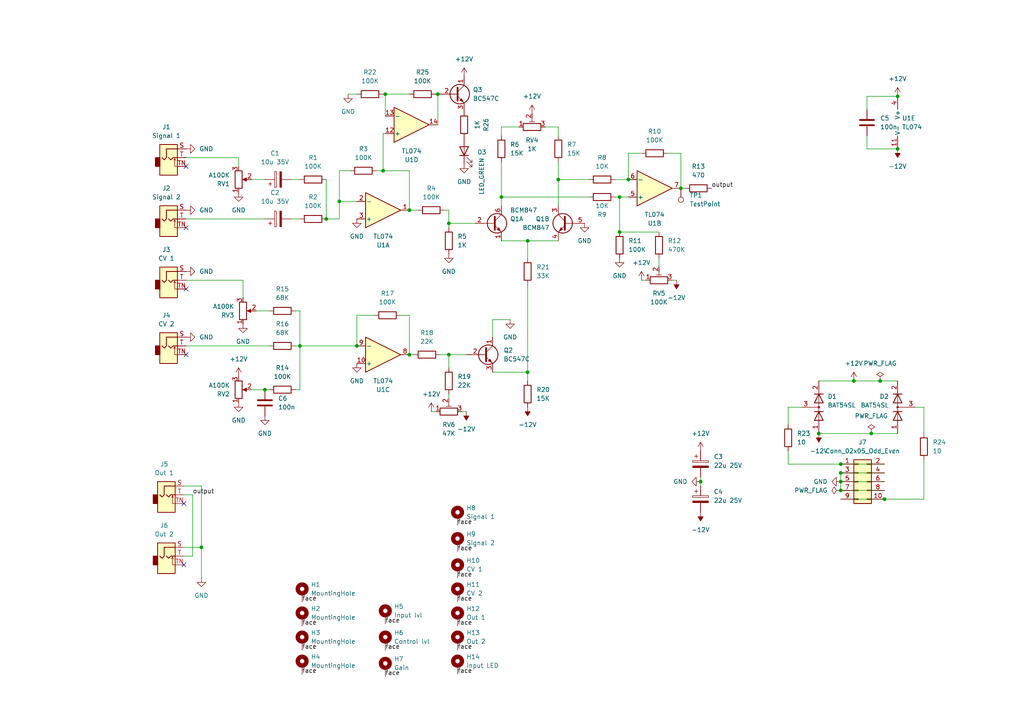
<source format=kicad_sch>
(kicad_sch (version 20230121) (generator eeschema)
  (paper "A4")
  (lib_symbols
    (symbol "Amplifier_Operational:TL074" (pin_names (offset 0.127))
      (property "Reference" "U" (at 0 5.08 0))
      (property "Value" "TL074" (at 0 -5.08 0))
      (symbol "TL074_1_1"
        (polyline (pts (xy -5.08 5.08) (xy 5.08 0) (xy -5.08 -5.08) (xy -5.08 5.08)) (stroke (width 0.254)) (fill (type background)))
        (pin output line (at 7.62 0 180) (length 2.54) (name "~") (number "1"))
        (pin input line (at -7.62 -2.54 0) (length 2.54) (name "-") (number "2"))
        (pin input line (at -7.62 2.54 0) (length 2.54) (name "+") (number "3"))
      )
      (symbol "TL074_2_1"
        (polyline (pts (xy -5.08 5.08) (xy 5.08 0) (xy -5.08 -5.08) (xy -5.08 5.08)) (stroke (width 0.254)) (fill (type background)))
        (pin input line (at -7.62 2.54 0) (length 2.54) (name "+") (number "5"))
        (pin input line (at -7.62 -2.54 0) (length 2.54) (name "-") (number "6"))
        (pin output line (at 7.62 0 180) (length 2.54) (name "~") (number "7"))
      )
      (symbol "TL074_3_1"
        (polyline (pts (xy -5.08 5.08) (xy 5.08 0) (xy -5.08 -5.08) (xy -5.08 5.08)) (stroke (width 0.254)) (fill (type background)))
        (pin input line (at -7.62 2.54 0) (length 2.54) (name "+") (number "10"))
        (pin output line (at 7.62 0 180) (length 2.54) (name "~") (number "8"))
        (pin input line (at -7.62 -2.54 0) (length 2.54) (name "-") (number "9"))
      )
      (symbol "TL074_4_1"
        (polyline (pts (xy -5.08 5.08) (xy 5.08 0) (xy -5.08 -5.08) (xy -5.08 5.08)) (stroke (width 0.254)) (fill (type background)))
        (pin input line (at -7.62 2.54 0) (length 2.54) (name "+") (number "12"))
        (pin input line (at -7.62 -2.54 0) (length 2.54) (name "-") (number "13"))
        (pin output line (at 7.62 0 180) (length 2.54) (name "~") (number "14"))
      )
      (symbol "TL074_5_1"
        (pin power_in line (at -2.54 -7.62 90) (length 3.81) (name "V-") (number "11"))
        (pin power_in line (at -2.54 7.62 270) (length 3.81) (name "V+") (number "4"))
      )
    )
    (symbol "Connector:TestPoint" (pin_numbers hide) (pin_names (offset 0.762) hide)
      (property "Reference" "TP" (at 0 6.858 0))
      (property "Value" "TestPoint" (at 0 5.08 0))
      (symbol "TestPoint_0_1"
        (circle (center 0 3.302) (radius 0.762))
      )
      (symbol "TestPoint_1_1"
        (pin passive line (at 0 0 90) (length 2.54) (name "1") (number "1"))
      )
    )
    (symbol "Connector_Audio:AudioJack2_SwitchT"
      (property "Reference" "J" (at 0 8.89 0))
      (property "Value" "AudioJack2_SwitchT" (at 0 6.35 0))
      (symbol "AudioJack2_SwitchT_0_1"
        (rectangle (start -2.54 0) (end -3.81 -2.54) (stroke (width 0.254)) (fill (type outline)))
        (polyline (pts (xy 1.778 -0.254) (xy 2.032 -0.762)))
        (polyline (pts (xy 0 0) (xy 0.635 -0.635) (xy 1.27 0) (xy 2.54 0)) (stroke (width 0.254)))
        (polyline (pts (xy 2.54 -2.54) (xy 1.778 -2.54) (xy 1.778 -0.254) (xy 1.524 -0.762)))
        (polyline (pts (xy 2.54 2.54) (xy -0.635 2.54) (xy -0.635 0) (xy -1.27 -0.635) (xy -1.905 0)) (stroke (width 0.254)))
        (rectangle (start 2.54 3.81) (end -2.54 -5.08) (stroke (width 0.254)) (fill (type background)))
      )
      (symbol "AudioJack2_SwitchT_1_1"
        (pin passive line (at 5.08 2.54 180) (length 2.54) (name "~") (number "S"))
        (pin passive line (at 5.08 0 180) (length 2.54) (name "~") (number "T"))
        (pin passive line (at 5.08 -2.54 180) (length 2.54) (name "~") (number "TN"))
      )
    )
    (symbol "Connector_Generic:Conn_02x05_Odd_Even" (pin_names (offset 1.016) hide)
      (property "Reference" "J" (at 1.27 7.62 0))
      (property "Value" "Conn_02x05_Odd_Even" (at 1.27 -7.62 0))
      (symbol "Conn_02x05_Odd_Even_1_1"
        (rectangle (start -1.27 -4.953) (end 0 -5.207) (stroke (width 0.1524)))
        (rectangle (start -1.27 -2.413) (end 0 -2.667) (stroke (width 0.1524)))
        (rectangle (start -1.27 0.127) (end 0 -0.127) (stroke (width 0.1524)))
        (rectangle (start -1.27 2.667) (end 0 2.413) (stroke (width 0.1524)))
        (rectangle (start -1.27 5.207) (end 0 4.953) (stroke (width 0.1524)))
        (rectangle (start -1.27 6.35) (end 3.81 -6.35) (stroke (width 0.254)) (fill (type background)))
        (rectangle (start 3.81 -4.953) (end 2.54 -5.207) (stroke (width 0.1524)))
        (rectangle (start 3.81 -2.413) (end 2.54 -2.667) (stroke (width 0.1524)))
        (rectangle (start 3.81 0.127) (end 2.54 -0.127) (stroke (width 0.1524)))
        (rectangle (start 3.81 2.667) (end 2.54 2.413) (stroke (width 0.1524)))
        (rectangle (start 3.81 5.207) (end 2.54 4.953) (stroke (width 0.1524)))
        (pin passive line (at -5.08 5.08 0) (length 3.81) (name "Pin_1") (number "1"))
        (pin passive line (at 7.62 -5.08 180) (length 3.81) (name "Pin_10") (number "10"))
        (pin passive line (at 7.62 5.08 180) (length 3.81) (name "Pin_2") (number "2"))
        (pin passive line (at -5.08 2.54 0) (length 3.81) (name "Pin_3") (number "3"))
        (pin passive line (at 7.62 2.54 180) (length 3.81) (name "Pin_4") (number "4"))
        (pin passive line (at -5.08 0 0) (length 3.81) (name "Pin_5") (number "5"))
        (pin passive line (at 7.62 0 180) (length 3.81) (name "Pin_6") (number "6"))
        (pin passive line (at -5.08 -2.54 0) (length 3.81) (name "Pin_7") (number "7"))
        (pin passive line (at 7.62 -2.54 180) (length 3.81) (name "Pin_8") (number "8"))
        (pin passive line (at -5.08 -5.08 0) (length 3.81) (name "Pin_9") (number "9"))
      )
    )
    (symbol "Device:C" (pin_numbers hide) (pin_names (offset 0.254))
      (property "Reference" "C" (at 0.635 2.54 0))
      (property "Value" "C" (at 0.635 -2.54 0))
      (symbol "C_0_1"
        (polyline (pts (xy -2.032 -0.762) (xy 2.032 -0.762)) (stroke (width 0.508)))
        (polyline (pts (xy -2.032 0.762) (xy 2.032 0.762)) (stroke (width 0.508)))
      )
      (symbol "C_1_1"
        (pin passive line (at 0 3.81 270) (length 2.794) (name "~") (number "1"))
        (pin passive line (at 0 -3.81 90) (length 2.794) (name "~") (number "2"))
      )
    )
    (symbol "Device:C_Polarized" (pin_numbers hide) (pin_names (offset 0.254))
      (property "Reference" "C" (at 0.635 2.54 0))
      (property "Value" "C_Polarized" (at 0.635 -2.54 0))
      (symbol "C_Polarized_0_1"
        (rectangle (start -2.286 0.508) (end 2.286 1.016))
        (polyline (pts (xy -1.778 2.286) (xy -0.762 2.286)))
        (polyline (pts (xy -1.27 2.794) (xy -1.27 1.778)))
        (rectangle (start 2.286 -0.508) (end -2.286 -1.016) (fill (type outline)))
      )
      (symbol "C_Polarized_1_1"
        (pin passive line (at 0 3.81 270) (length 2.794) (name "~") (number "1"))
        (pin passive line (at 0 -3.81 90) (length 2.794) (name "~") (number "2"))
      )
    )
    (symbol "Device:D_Dual_Series_AKC" (pin_names (offset 0.762) hide)
      (property "Reference" "D" (at 1.27 -2.54 0))
      (property "Value" "D_Dual_Series_AKC" (at 0 2.54 0))
      (symbol "D_Dual_Series_AKC_0_1"
        (polyline (pts (xy -3.81 0) (xy 3.81 0)))
        (polyline (pts (xy 0 0) (xy 0 -2.54)))
        (polyline (pts (xy 6.35 0) (xy 7.62 0)))
        (polyline (pts (xy -1.27 -1.27) (xy -1.27 1.27) (xy -1.27 1.27)) (stroke (width 0.254)))
        (polyline (pts (xy 3.81 1.27) (xy 3.81 -1.27) (xy 3.81 -1.27)) (stroke (width 0.254)))
        (polyline (pts (xy -3.81 1.27) (xy -1.27 0) (xy -3.81 -1.27) (xy -3.81 1.27) (xy -3.81 1.27) (xy -3.81 1.27)) (stroke (width 0.254)))
        (polyline (pts (xy 1.27 1.27) (xy 3.81 0) (xy 1.27 -1.27) (xy 1.27 1.27) (xy 1.27 1.27) (xy 1.27 1.27)) (stroke (width 0.254)))
        (circle (center 0 0) (radius 0.254) (fill (type outline)))
        (pin passive line (at -7.62 0 0) (length 3.81) (name "A") (number "1"))
        (pin passive line (at 7.62 0 180) (length 3.81) (name "K") (number "2"))
        (pin passive line (at 0 -5.08 90) (length 2.54) (name "common") (number "3"))
      )
    )
    (symbol "Device:LED" (pin_numbers hide) (pin_names (offset 1.016) hide)
      (property "Reference" "D" (at 0 2.54 0))
      (property "Value" "LED" (at 0 -2.54 0))
      (symbol "LED_0_1"
        (polyline (pts (xy -1.27 -1.27) (xy -1.27 1.27)) (stroke (width 0.254)))
        (polyline (pts (xy -1.27 0) (xy 1.27 0)))
        (polyline (pts (xy 1.27 -1.27) (xy 1.27 1.27) (xy -1.27 0) (xy 1.27 -1.27)) (stroke (width 0.254)))
        (polyline (pts (xy -3.048 -0.762) (xy -4.572 -2.286) (xy -3.81 -2.286) (xy -4.572 -2.286) (xy -4.572 -1.524)))
        (polyline (pts (xy -1.778 -0.762) (xy -3.302 -2.286) (xy -2.54 -2.286) (xy -3.302 -2.286) (xy -3.302 -1.524)))
      )
      (symbol "LED_1_1"
        (pin passive line (at -3.81 0 0) (length 2.54) (name "K") (number "1"))
        (pin passive line (at 3.81 0 180) (length 2.54) (name "A") (number "2"))
      )
    )
    (symbol "Device:Q_Dual_NPN_NPN_E1B1C2E2B2C1" (pin_names (offset 0) hide)
      (property "Reference" "Q" (at 5.08 1.27 0))
      (property "Value" "Q_Dual_NPN_NPN_E1B1C2E2B2C1" (at 5.08 -1.27 0))
      (symbol "Q_Dual_NPN_NPN_E1B1C2E2B2C1_0_1"
        (polyline (pts (xy 0.635 0) (xy -2.54 0)))
        (polyline (pts (xy 0.635 0.635) (xy 2.54 2.54)))
        (polyline (pts (xy 0.635 -0.635) (xy 2.54 -2.54) (xy 2.54 -2.54)))
        (polyline (pts (xy 0.635 1.905) (xy 0.635 -1.905) (xy 0.635 -1.905)) (stroke (width 0.508)))
        (polyline (pts (xy 1.27 -1.778) (xy 1.778 -1.27) (xy 2.286 -2.286) (xy 1.27 -1.778) (xy 1.27 -1.778)) (fill (type outline)))
        (circle (center 1.27 0) (radius 2.8194) (stroke (width 0.254)))
      )
      (symbol "Q_Dual_NPN_NPN_E1B1C2E2B2C1_1_1"
        (pin passive line (at 2.54 -5.08 90) (length 2.54) (name "E1") (number "1"))
        (pin input line (at -5.08 0 0) (length 2.54) (name "B1") (number "2"))
        (pin passive line (at 2.54 5.08 270) (length 2.54) (name "C1") (number "6"))
      )
      (symbol "Q_Dual_NPN_NPN_E1B1C2E2B2C1_2_1"
        (pin passive line (at 2.54 5.08 270) (length 2.54) (name "C2") (number "3"))
        (pin passive line (at 2.54 -5.08 90) (length 2.54) (name "E2") (number "4"))
        (pin input line (at -5.08 0 0) (length 2.54) (name "B2") (number "5"))
      )
    )
    (symbol "Device:R" (pin_numbers hide) (pin_names (offset 0))
      (property "Reference" "R" (at 2.032 0 90))
      (property "Value" "R" (at 0 0 90))
      (symbol "R_0_1"
        (rectangle (start -1.016 -2.54) (end 1.016 2.54) (stroke (width 0.254)))
      )
      (symbol "R_1_1"
        (pin passive line (at 0 3.81 270) (length 1.27) (name "~") (number "1"))
        (pin passive line (at 0 -3.81 90) (length 1.27) (name "~") (number "2"))
      )
    )
    (symbol "Device:R_Potentiometer" (pin_names (offset 1.016) hide)
      (property "Reference" "RV" (at -4.445 0 90))
      (property "Value" "R_Potentiometer" (at -2.54 0 90))
      (symbol "R_Potentiometer_0_1"
        (polyline (pts (xy 2.54 0) (xy 1.524 0)))
        (polyline (pts (xy 1.143 0) (xy 2.286 0.508) (xy 2.286 -0.508) (xy 1.143 0)) (fill (type outline)))
        (rectangle (start 1.016 2.54) (end -1.016 -2.54) (stroke (width 0.254)))
      )
      (symbol "R_Potentiometer_1_1"
        (pin passive line (at 0 3.81 270) (length 1.27) (name "1") (number "1"))
        (pin passive line (at 3.81 0 180) (length 1.27) (name "2") (number "2"))
        (pin passive line (at 0 -3.81 90) (length 1.27) (name "3") (number "3"))
      )
    )
    (symbol "Device:R_Potentiometer_Trim" (pin_names (offset 1.016) hide)
      (property "Reference" "RV" (at -4.445 0 90))
      (property "Value" "R_Potentiometer_Trim" (at -2.54 0 90))
      (symbol "R_Potentiometer_Trim_0_1"
        (polyline (pts (xy 1.524 0.762) (xy 1.524 -0.762)))
        (polyline (pts (xy 2.54 0) (xy 1.524 0)))
        (rectangle (start 1.016 2.54) (end -1.016 -2.54) (stroke (width 0.254)))
      )
      (symbol "R_Potentiometer_Trim_1_1"
        (pin passive line (at 0 3.81 270) (length 1.27) (name "1") (number "1"))
        (pin passive line (at 3.81 0 180) (length 1.27) (name "2") (number "2"))
        (pin passive line (at 0 -3.81 90) (length 1.27) (name "3") (number "3"))
      )
    )
    (symbol "Mechanical:MountingHole_Pad" (pin_numbers hide) (pin_names (offset 1.016) hide)
      (property "Reference" "H" (at 0 6.35 0))
      (property "Value" "MountingHole_Pad" (at 0 4.445 0))
      (symbol "MountingHole_Pad_0_1"
        (circle (center 0 1.27) (radius 1.27) (stroke (width 1.27)))
      )
      (symbol "MountingHole_Pad_1_1"
        (pin input line (at 0 -2.54 90) (length 2.54) (name "1") (number "1"))
      )
    )
    (symbol "eurorack:BC547" (pin_names (offset 0) hide)
      (property "Reference" "Q" (at 5.08 1.905 0))
      (property "Value" "BC547" (at 5.08 0 0))
      (symbol "BC547_0_1"
        (polyline (pts (xy 0 0) (xy 0.635 0)))
        (polyline (pts (xy 0.635 0.635) (xy 2.54 2.54)))
        (polyline (pts (xy 0.635 -0.635) (xy 2.54 -2.54) (xy 2.54 -2.54)))
        (polyline (pts (xy 0.635 1.905) (xy 0.635 -1.905) (xy 0.635 -1.905)) (stroke (width 0.508)))
        (polyline (pts (xy 1.27 -1.778) (xy 1.778 -1.27) (xy 2.286 -2.286) (xy 1.27 -1.778) (xy 1.27 -1.778)) (fill (type outline)))
        (circle (center 1.27 0) (radius 2.8194) (stroke (width 0.254)))
      )
      (symbol "BC547_1_1"
        (pin passive line (at 2.54 5.08 270) (length 2.54) (name "C") (number "1"))
        (pin input line (at -5.08 0 0) (length 5.08) (name "B") (number "2"))
        (pin passive line (at 2.54 -5.08 90) (length 2.54) (name "E") (number "3"))
      )
    )
    (symbol "eurorack:MountingHole_Pad_Output" (pin_numbers hide) (pin_names (offset 1.016) hide)
      (property "Reference" "H" (at 0 6.35 0))
      (property "Value" "MountingHole_Pad_Output" (at 0 4.445 0))
      (symbol "MountingHole_Pad_Output_0_1"
        (circle (center 0 1.27) (radius 1.27) (stroke (width 1.27)))
      )
      (symbol "MountingHole_Pad_Output_1_1"
        (pin output line (at 0 -2.54 90) (length 2.54) (name "1") (number "1"))
      )
    )
    (symbol "power:+12V" (power) (pin_names (offset 0))
      (property "Value" "+12V" (at 0 3.556 0))
      (symbol "+12V_0_1"
        (polyline (pts (xy -0.762 1.27) (xy 0 2.54)))
        (polyline (pts (xy 0 0) (xy 0 2.54)))
        (polyline (pts (xy 0 2.54) (xy 0.762 1.27)))
      )
      (symbol "+12V_1_1"
        (pin power_in line (at 0 0 90) (length 0) hide (name "+12V") (number "1"))
      )
    )
    (symbol "power:-12V" (power) (pin_names (offset 0))
      (property "Value" "-12V" (at 0 3.81 0))
      (symbol "-12V_0_0"
        (pin power_in line (at 0 0 90) (length 0) hide (name "-12V") (number "1"))
      )
      (symbol "-12V_0_1"
        (polyline (pts (xy 0 0) (xy 0 1.27) (xy 0.762 1.27) (xy 0 2.54) (xy -0.762 1.27) (xy 0 1.27)) (fill (type outline)))
      )
    )
    (symbol "power:GND" (power) (pin_names (offset 0))
      (property "Value" "GND" (at 0 -3.81 0))
      (symbol "GND_0_1"
        (polyline (pts (xy 0 0) (xy 0 -1.27) (xy 1.27 -1.27) (xy 0 -2.54) (xy -1.27 -1.27) (xy 0 -1.27)))
      )
      (symbol "GND_1_1"
        (pin power_in line (at 0 0 270) (length 0) hide (name "GND") (number "1"))
      )
    )
    (symbol "power:PWR_FLAG" (power) (pin_numbers hide) (pin_names (offset 0) hide)
      (property "Value" "PWR_FLAG" (at 0 3.81 0))
      (symbol "PWR_FLAG_0_0"
        (pin power_out line (at 0 0 90) (length 0) (name "pwr") (number "1"))
      )
      (symbol "PWR_FLAG_0_1"
        (polyline (pts (xy 0 0) (xy 0 1.27) (xy -1.016 1.905) (xy 0 2.54) (xy 1.016 1.905) (xy 0 1.27)))
      )
    )
  )
  (junction (at 247.65 110.49))
  (junction (at 130.175 102.87))
  (junction (at 243.84 139.7))
  (junction (at 260.35 43.18))
  (junction (at 182.245 52.07))
  (junction (at 145.415 57.15))
  (junction (at 203.2 139.7))
  (junction (at 98.425 58.42))
  (junction (at 243.84 142.24))
  (junction (at 58.42 158.75))
  (junction (at 94.615 63.5))
  (junction (at 243.84 134.62))
  (junction (at 111.125 49.53))
  (junction (at 118.745 60.96))
  (junction (at 111.76 27.305))
  (junction (at 252.73 125.73))
  (junction (at 256.54 144.78))
  (junction (at 243.84 137.16))
  (junction (at 76.835 113.03))
  (junction (at 237.49 125.73))
  (junction (at 260.35 27.94))
  (junction (at 179.705 67.31))
  (junction (at 255.27 110.49))
  (junction (at 197.485 54.61))
  (junction (at 86.995 100.33))
  (junction (at 179.705 57.15))
  (junction (at 130.175 64.77))
  (junction (at 118.745 102.87))
  (junction (at 127 27.305))
  (junction (at 161.925 52.07))
  (junction (at 153.035 69.85))
  (junction (at 103.505 100.33))
  (junction (at 153.035 107.95))
  (no_connect (at 53.975 102.87))
  (no_connect (at 53.975 66.04))
  (no_connect (at 53.975 48.26))
  (no_connect (at 53.975 83.82))
  (no_connect (at 53.34 146.05))
  (no_connect (at 53.34 163.83))
  (wire (pts (xy 130.175 64.77) (xy 137.795 64.77)))
  (wire (pts (xy 53.975 100.33) (xy 78.105 100.33)))
  (wire (pts (xy 86.995 90.17) (xy 86.995 100.33)))
  (wire (pts (xy 251.46 39.37) (xy 251.46 43.18)))
  (wire (pts (xy 130.175 102.87) (xy 135.255 102.87)))
  (wire (pts (xy 118.745 91.44) (xy 118.745 102.87)))
  (wire (pts (xy 147.955 92.71) (xy 142.875 92.71)))
  (wire (pts (xy 197.485 44.45) (xy 197.485 54.61)))
  (wire (pts (xy 237.49 110.49) (xy 247.65 110.49)))
  (wire (pts (xy 98.425 63.5) (xy 94.615 63.5)))
  (wire (pts (xy 86.995 100.33) (xy 103.505 100.33)))
  (wire (pts (xy 73.025 113.03) (xy 76.835 113.03)))
  (wire (pts (xy 145.415 57.15) (xy 170.815 57.15)))
  (wire (pts (xy 161.925 36.83) (xy 161.925 39.37)))
  (wire (pts (xy 111.76 38.735) (xy 111.125 38.735)))
  (wire (pts (xy 243.84 134.62) (xy 256.54 134.62)))
  (wire (pts (xy 197.485 54.61) (xy 198.755 54.61)))
  (wire (pts (xy 145.415 69.85) (xy 153.035 69.85)))
  (wire (pts (xy 85.725 113.03) (xy 86.995 113.03)))
  (wire (pts (xy 193.675 44.45) (xy 197.485 44.45)))
  (wire (pts (xy 100.965 27.305) (xy 103.505 27.305)))
  (wire (pts (xy 203.2 138.43) (xy 203.2 139.7)))
  (wire (pts (xy 179.705 67.31) (xy 191.135 67.31)))
  (wire (pts (xy 243.84 137.16) (xy 256.54 137.16)))
  (wire (pts (xy 53.975 45.72) (xy 69.215 45.72)))
  (wire (pts (xy 243.84 137.16) (xy 243.84 139.7)))
  (wire (pts (xy 109.22 49.53) (xy 111.125 49.53)))
  (wire (pts (xy 153.035 69.85) (xy 153.035 74.93)))
  (wire (pts (xy 125.095 119.38) (xy 126.365 119.38)))
  (wire (pts (xy 103.505 58.42) (xy 98.425 58.42)))
  (wire (pts (xy 247.65 110.49) (xy 255.27 110.49)))
  (wire (pts (xy 127 27.305) (xy 126.365 27.305)))
  (wire (pts (xy 161.925 52.07) (xy 161.925 59.69)))
  (wire (pts (xy 84.455 52.07) (xy 86.995 52.07)))
  (wire (pts (xy 111.76 27.305) (xy 118.745 27.305)))
  (wire (pts (xy 73.025 52.07) (xy 76.835 52.07)))
  (wire (pts (xy 158.115 36.83) (xy 161.925 36.83)))
  (wire (pts (xy 85.725 100.33) (xy 86.995 100.33)))
  (wire (pts (xy 118.745 49.53) (xy 118.745 60.96)))
  (wire (pts (xy 111.125 38.735) (xy 111.125 49.53)))
  (wire (pts (xy 145.415 36.83) (xy 145.415 39.37)))
  (wire (pts (xy 111.76 27.305) (xy 111.76 33.655)))
  (wire (pts (xy 70.485 81.28) (xy 70.485 86.36)))
  (wire (pts (xy 228.6 118.11) (xy 232.41 118.11)))
  (wire (pts (xy 116.205 91.44) (xy 118.745 91.44)))
  (wire (pts (xy 251.46 27.94) (xy 260.35 27.94)))
  (wire (pts (xy 228.6 134.62) (xy 243.84 134.62)))
  (wire (pts (xy 153.035 82.55) (xy 153.035 107.95)))
  (wire (pts (xy 243.84 139.7) (xy 243.84 142.24)))
  (wire (pts (xy 267.97 144.78) (xy 267.97 133.35)))
  (wire (pts (xy 182.245 44.45) (xy 186.055 44.45)))
  (wire (pts (xy 228.6 134.62) (xy 228.6 130.81)))
  (wire (pts (xy 111.125 27.305) (xy 111.76 27.305)))
  (wire (pts (xy 53.975 81.28) (xy 70.485 81.28)))
  (wire (pts (xy 161.925 46.99) (xy 161.925 52.07)))
  (wire (pts (xy 58.42 158.75) (xy 58.42 167.64)))
  (wire (pts (xy 69.215 45.72) (xy 69.215 48.26)))
  (wire (pts (xy 58.42 158.75) (xy 58.42 140.97)))
  (wire (pts (xy 58.42 140.97) (xy 53.34 140.97)))
  (wire (pts (xy 130.175 114.3) (xy 130.175 115.57)))
  (wire (pts (xy 267.97 125.73) (xy 267.97 118.11)))
  (wire (pts (xy 186.055 81.28) (xy 187.325 81.28)))
  (wire (pts (xy 145.415 57.15) (xy 145.415 59.69)))
  (wire (pts (xy 127.635 102.87) (xy 130.175 102.87)))
  (wire (pts (xy 98.425 49.53) (xy 98.425 58.42)))
  (wire (pts (xy 153.035 107.95) (xy 153.035 110.49)))
  (wire (pts (xy 128.905 60.96) (xy 130.175 60.96)))
  (wire (pts (xy 76.835 113.03) (xy 78.105 113.03)))
  (wire (pts (xy 130.175 64.77) (xy 130.175 66.04)))
  (wire (pts (xy 203.2 139.7) (xy 203.2 140.97)))
  (wire (pts (xy 191.135 74.93) (xy 191.135 77.47)))
  (wire (pts (xy 182.245 44.45) (xy 182.245 52.07)))
  (wire (pts (xy 256.54 144.78) (xy 267.97 144.78)))
  (wire (pts (xy 153.035 69.85) (xy 161.925 69.85)))
  (wire (pts (xy 179.705 57.15) (xy 179.705 67.31)))
  (wire (pts (xy 86.995 113.03) (xy 86.995 100.33)))
  (wire (pts (xy 74.295 90.17) (xy 78.105 90.17)))
  (wire (pts (xy 150.495 36.83) (xy 145.415 36.83)))
  (wire (pts (xy 251.46 31.75) (xy 251.46 27.94)))
  (wire (pts (xy 118.745 60.96) (xy 121.285 60.96)))
  (wire (pts (xy 237.49 125.73) (xy 252.73 125.73)))
  (wire (pts (xy 228.6 123.19) (xy 228.6 118.11)))
  (wire (pts (xy 243.84 144.78) (xy 256.54 144.78)))
  (wire (pts (xy 85.725 90.17) (xy 86.995 90.17)))
  (wire (pts (xy 243.84 139.7) (xy 256.54 139.7)))
  (wire (pts (xy 142.875 107.95) (xy 153.035 107.95)))
  (wire (pts (xy 101.6 49.53) (xy 98.425 49.53)))
  (wire (pts (xy 142.875 92.71) (xy 142.875 97.79)))
  (wire (pts (xy 103.505 91.44) (xy 103.505 100.33)))
  (wire (pts (xy 133.985 119.38) (xy 135.255 119.38)))
  (wire (pts (xy 118.745 102.87) (xy 120.015 102.87)))
  (wire (pts (xy 251.46 43.18) (xy 260.35 43.18)))
  (wire (pts (xy 53.34 158.75) (xy 58.42 158.75)))
  (wire (pts (xy 161.925 52.07) (xy 170.815 52.07)))
  (wire (pts (xy 178.435 57.15) (xy 179.705 57.15)))
  (wire (pts (xy 179.705 57.15) (xy 182.245 57.15)))
  (wire (pts (xy 98.425 58.42) (xy 98.425 63.5)))
  (wire (pts (xy 108.585 91.44) (xy 103.505 91.44)))
  (wire (pts (xy 194.945 81.28) (xy 196.215 81.28)))
  (wire (pts (xy 55.88 161.29) (xy 53.34 161.29)))
  (wire (pts (xy 53.975 63.5) (xy 76.835 63.5)))
  (wire (pts (xy 130.175 102.87) (xy 130.175 106.68)))
  (wire (pts (xy 94.615 52.07) (xy 94.615 63.5)))
  (wire (pts (xy 55.88 143.51) (xy 55.88 161.29)))
  (wire (pts (xy 255.27 110.49) (xy 260.35 110.49)))
  (wire (pts (xy 130.175 60.96) (xy 130.175 64.77)))
  (wire (pts (xy 178.435 52.07) (xy 182.245 52.07)))
  (wire (pts (xy 111.125 49.53) (xy 118.745 49.53)))
  (wire (pts (xy 145.415 46.99) (xy 145.415 57.15)))
  (wire (pts (xy 53.34 143.51) (xy 55.88 143.51)))
  (wire (pts (xy 267.97 118.11) (xy 265.43 118.11)))
  (wire (pts (xy 243.84 142.24) (xy 256.54 142.24)))
  (wire (pts (xy 127 27.305) (xy 127 36.195)))
  (wire (pts (xy 252.73 125.73) (xy 260.35 125.73)))
  (wire (pts (xy 84.455 63.5) (xy 86.995 63.5)))
  (label "face" (at 132.715 152.4 0))
  (label "face" (at 87.63 195.58 0))
  (label "face" (at 132.715 181.61 0))
  (label "face" (at 132.715 160.02 0))
  (label "face" (at 132.715 174.625 0))
  (label "face" (at 132.715 195.58 0))
  (label "face" (at 87.63 174.625 0))
  (label "face" (at 132.715 188.595 0))
  (label "face" (at 111.76 196.215 0))
  (label "face" (at 87.63 181.61 0))
  (label "face" (at 111.76 188.595 0))
  (label "face" (at 132.715 167.64 0))
  (label "face" (at 111.76 180.975 0))
  (label "face" (at 87.63 188.595 0))
  (label "output" (at 55.88 143.51 0))
  (label "output" (at 206.375 54.61 0))
  (symbol (lib_id "Mechanical:MountingHole_Pad") (at 132.715 157.48 0) (unit 1) (in_bom no)
    (property "Reference" "H9" (at 135.255 154.94 0) (effects (justify left)))
    (property "Value" "Signal 2" (at 135.255 157.48 0) (effects (justify left)))
    (property "Footprint" "eurorack:Mech-AudioJack-Hole-Input" (effects hide))
  )
  (symbol (lib_id "power:PWR_FLAG") (at 243.84 142.24 90) (unit 1)
    (property "Reference" "#FLG03" (effects hide))
    (property "Value" "PWR_FLAG" (at 240.03 142.24 90) (effects (justify left)))
  )
  (symbol (lib_id "Device:R") (at 81.915 90.17 90) (unit 1)
    (property "Reference" "R15" (at 81.915 83.82 90))
    (property "Value" "68K" (at 81.915 86.36 90))
    (property "Footprint" "Resistor_SMD:R_0805_2012Metric" (effects hide))
  )
  (symbol (lib_id "eurorack:BC547") (at 140.335 102.87 0) (unit 1)
    (property "Reference" "Q2" (at 146.05 101.6 0) (effects (justify left)))
    (property "Value" "BC547C" (at 146.05 104.14 0) (effects (justify left)))
    (property "Footprint" "Package_TO_SOT_SMD:SOT-23-3" (effects hide))
    (property "Datasheet" "https://www.onsemi.com/pub/Collateral/BC550-D.pdf" (effects hide))
    (property "Vendor" "Mouser" (effects hide))
    (property "PartNum" "621-BC847C-13-F" (effects hide))
  )
  (symbol (lib_id "power:+12V") (at 186.055 81.28 0) (unit 1)
    (property "Reference" "#PWR012" (effects hide))
    (property "Value" "+12V" (at 186.055 76.2 0))
  )
  (symbol (lib_id "power:-12V") (at 260.35 43.18 180) (unit 1)
    (property "Reference" "#PWR025" (effects hide))
    (property "Value" "-12V" (at 260.35 48.26 0))
  )
  (symbol (lib_id "Device:R") (at 105.41 49.53 90) (unit 1)
    (property "Reference" "R3" (at 105.41 43.18 90))
    (property "Value" "100K" (at 105.41 45.72 90))
    (property "Footprint" "Resistor_SMD:R_0805_2012Metric" (effects hide))
  )
  (symbol (lib_id "Device:R") (at 174.625 52.07 270) (unit 1)
    (property "Reference" "R8" (at 174.625 45.72 90))
    (property "Value" "10K" (at 174.625 48.26 90))
    (property "Footprint" "Resistor_SMD:R_0805_2012Metric" (effects hide))
  )
  (symbol (lib_id "Amplifier_Operational:TL074") (at 111.125 60.96 0) (mirror x) (unit 1)
    (property "Reference" "U1" (at 111.125 71.12 0))
    (property "Value" "TL074" (at 111.125 68.58 0))
    (property "Footprint" "Package_SO:SOIC-14_3.9x8.7mm_P1.27mm" (effects hide))
    (property "Datasheet" "http://www.ti.com/lit/ds/symlink/tl071.pdf" (effects hide))
    (property "Vendor" "Mouser" (effects hide))
    (property "PartNum" "595-TL074CDR" (effects hide))
  )
  (symbol (lib_id "Connector_Audio:AudioJack2_SwitchT") (at 48.895 100.33 0) (unit 1)
    (property "Reference" "J4" (at 48.26 91.44 0))
    (property "Value" "CV 2" (at 48.26 93.98 0))
    (property "Footprint" "eurorack:AudioJack2_Tayda_A-2566" (effects hide))
    (property "Vendor" "Tayda" (effects hide))
    (property "PartNum" "A-2566" (effects hide))
  )
  (symbol (lib_id "Device:R_Potentiometer") (at 69.215 113.03 0) (mirror x) (unit 1)
    (property "Reference" "RV2" (at 66.675 114.3 0) (effects (justify right)))
    (property "Value" "A100K" (at 66.675 111.76 0) (effects (justify right)))
    (property "Footprint" "eurorack:Potentiometer_RV16AF-41-15R1" (effects hide))
    (property "Name" "Gain" (effects hide))
    (property "Note" "Use B100K for DC version" (effects hide))
  )
  (symbol (lib_id "Device:R") (at 90.805 52.07 90) (unit 1)
    (property "Reference" "R1" (at 90.805 45.72 90))
    (property "Value" "100K" (at 90.805 48.26 90))
    (property "Footprint" "Resistor_SMD:R_0805_2012Metric" (effects hide))
  )
  (symbol (lib_id "Device:C_Polarized") (at 80.645 63.5 90) (unit 1)
    (property "Reference" "C2" (at 79.756 55.88 90))
    (property "Value" "10u 35V" (at 79.756 58.42 90))
    (property "Footprint" "Capacitor_THT:CP_Radial_D5.0mm_P2.50mm" (effects hide))
    (property "Note" "Omit and bridge pads for DC version" (effects hide))
  )
  (symbol (lib_id "power:PWR_FLAG") (at 252.73 125.73 0) (unit 1)
    (property "Reference" "#FLG02" (effects hide))
    (property "Value" "PWR_FLAG" (at 252.73 120.65 0))
  )
  (symbol (lib_id "Device:R") (at 145.415 43.18 180) (unit 1)
    (property "Reference" "R6" (at 147.955 41.91 0) (effects (justify right)))
    (property "Value" "15K" (at 147.955 44.45 0) (effects (justify right)))
    (property "Footprint" "Resistor_SMD:R_0805_2012Metric" (effects hide))
  )
  (symbol (lib_id "power:GND") (at 69.215 116.84 0) (unit 1)
    (property "Reference" "#PWR015" (effects hide))
    (property "Value" "GND" (at 69.215 121.92 0))
  )
  (symbol (lib_id "Device:R") (at 81.915 113.03 90) (unit 1)
    (property "Reference" "R14" (at 81.915 106.68 90))
    (property "Value" "100K" (at 81.915 109.22 90))
    (property "Footprint" "Resistor_SMD:R_0805_2012Metric" (effects hide))
  )
  (symbol (lib_id "Connector_Generic:Conn_02x05_Odd_Even") (at 248.92 139.7 0) (unit 1)
    (property "Reference" "J7" (at 250.19 128.27 0))
    (property "Value" "Conn_02x05_Odd_Even" (at 250.19 130.81 0))
    (property "Footprint" "eurorack:PinHeader_2x05_P2.54mm_Vertical" (effects hide))
    (property "Vendor" "Tayda" (effects hide))
    (property "PartNum" "A-2939" (effects hide))
  )
  (symbol (lib_id "power:-12V") (at 135.255 119.38 180) (unit 1)
    (property "Reference" "#PWR019" (effects hide))
    (property "Value" "-12V" (at 135.255 124.46 0))
  )
  (symbol (lib_id "Device:D_Dual_Series_AKC") (at 260.35 118.11 90) (unit 1)
    (property "Reference" "D2" (at 257.81 114.9985 90) (effects (justify left)))
    (property "Value" "BAT54SL" (at 257.81 117.5385 90) (effects (justify left)))
    (property "Footprint" "Package_TO_SOT_SMD:SOT-23" (effects hide))
    (property "Vendor" "Mouser" (effects hide))
    (property "PartNum" "863-BAT54SLT1G" (effects hide))
  )
  (symbol (lib_id "Device:R") (at 130.175 110.49 180) (unit 1)
    (property "Reference" "R19" (at 132.715 109.22 0) (effects (justify right)))
    (property "Value" "22K" (at 132.715 111.76 0) (effects (justify right)))
    (property "Footprint" "Resistor_SMD:R_0805_2012Metric" (effects hide))
  )
  (symbol (lib_id "power:GND") (at 76.835 120.65 0) (unit 1)
    (property "Reference" "#PWR031" (effects hide))
    (property "Value" "GND" (at 76.835 125.73 0))
  )
  (symbol (lib_id "power:GND") (at 130.175 73.66 0) (unit 1)
    (property "Reference" "#PWR08" (effects hide))
    (property "Value" "GND" (at 130.175 78.74 0))
  )
  (symbol (lib_id "Device:R_Potentiometer_Trim") (at 154.305 36.83 90) (unit 1)
    (property "Reference" "RV4" (at 154.305 40.64 90))
    (property "Value" "1K" (at 154.305 43.18 90))
    (property "Footprint" "Potentiometer_THT:Potentiometer_Bourns_3296W_Vertical" (effects hide))
    (property "Name" "Balance" (effects hide))
    (property "Vendor" "Tayda" (effects hide))
    (property "PartNum" "A-585" (effects hide))
  )
  (symbol (lib_id "Mechanical:MountingHole_Pad") (at 132.715 149.86 0) (unit 1) (in_bom no)
    (property "Reference" "H8" (at 135.255 147.32 0) (effects (justify left)))
    (property "Value" "Signal 1" (at 135.255 149.86 0) (effects (justify left)))
    (property "Footprint" "eurorack:Mech-AudioJack-Hole-Input" (effects hide))
  )
  (symbol (lib_id "power:GND") (at 134.62 47.625 0) (unit 1)
    (property "Reference" "#PWR030" (effects hide))
    (property "Value" "GND" (at 134.62 52.705 0))
  )
  (symbol (lib_id "Device:D_Dual_Series_AKC") (at 237.49 118.11 270) (mirror x) (unit 1)
    (property "Reference" "D1" (at 240.03 114.9985 90) (effects (justify left)))
    (property "Value" "BAT54SL" (at 240.03 117.5385 90) (effects (justify left)))
    (property "Footprint" "Package_TO_SOT_SMD:SOT-23" (effects hide))
    (property "Vendor" "Mouser" (effects hide))
    (property "PartNum" "863-BAT54SLT1G" (effects hide))
  )
  (symbol (lib_id "Device:R") (at 191.135 71.12 180) (unit 1)
    (property "Reference" "R12" (at 193.675 69.85 0) (effects (justify right)))
    (property "Value" "470K" (at 193.675 72.39 0) (effects (justify right)))
    (property "Footprint" "Resistor_SMD:R_0805_2012Metric" (effects hide))
  )
  (symbol (lib_id "power:GND") (at 58.42 167.64 0) (unit 1)
    (property "Reference" "#PWR01" (effects hide))
    (property "Value" "GND" (at 58.42 172.72 0))
  )
  (symbol (lib_id "Mechanical:MountingHole_Pad") (at 87.63 193.04 0) (unit 1) (in_bom no)
    (property "Reference" "H4" (at 90.17 190.5 0) (effects (justify left)))
    (property "Value" "MountingHole" (at 90.17 193.04 0) (effects (justify left)))
    (property "Footprint" "eurorack:Mech-MountingHole" (effects hide))
  )
  (symbol (lib_id "Device:C_Polarized") (at 203.2 144.78 0) (unit 1)
    (property "Reference" "C4" (at 207.01 142.621 0) (effects (justify left)))
    (property "Value" "22u 25V" (at 207.01 145.161 0) (effects (justify left)))
    (property "Footprint" "Capacitor_THT:CP_Radial_D5.0mm_P2.50mm" (effects hide))
  )
  (symbol (lib_id "Device:R") (at 90.805 63.5 90) (unit 1)
    (property "Reference" "R2" (at 90.805 57.15 90))
    (property "Value" "100K" (at 90.805 59.69 90))
    (property "Footprint" "Resistor_SMD:R_0805_2012Metric" (effects hide))
  )
  (symbol (lib_id "power:+12V") (at 125.095 119.38 0) (unit 1)
    (property "Reference" "#PWR018" (effects hide))
    (property "Value" "+12V" (at 125.095 114.3 0))
  )
  (symbol (lib_id "Device:R") (at 123.825 102.87 90) (unit 1)
    (property "Reference" "R18" (at 123.825 96.52 90))
    (property "Value" "22K" (at 123.825 99.06 90))
    (property "Footprint" "Resistor_SMD:R_0805_2012Metric" (effects hide))
  )
  (symbol (lib_id "Device:R") (at 130.175 69.85 180) (unit 1)
    (property "Reference" "R5" (at 132.715 68.58 0) (effects (justify right)))
    (property "Value" "1K" (at 132.715 71.12 0) (effects (justify right)))
    (property "Footprint" "Resistor_SMD:R_0805_2012Metric" (effects hide))
  )
  (symbol (lib_id "Device:R") (at 174.625 57.15 270) (unit 1)
    (property "Reference" "R9" (at 174.625 62.23 90))
    (property "Value" "10K" (at 174.625 59.69 90))
    (property "Footprint" "Resistor_SMD:R_0805_2012Metric" (effects hide))
  )
  (symbol (lib_id "Device:R") (at 125.095 60.96 90) (unit 1)
    (property "Reference" "R4" (at 125.095 54.61 90))
    (property "Value" "100K" (at 125.095 57.15 90))
    (property "Footprint" "Resistor_SMD:R_0805_2012Metric" (effects hide))
  )
  (symbol (lib_id "Connector_Audio:AudioJack2_SwitchT") (at 48.895 63.5 0) (unit 1)
    (property "Reference" "J2" (at 48.26 54.61 0))
    (property "Value" "Signal 2" (at 48.26 57.15 0))
    (property "Footprint" "eurorack:AudioJack2_Tayda_A-2566" (effects hide))
    (property "Vendor" "Tayda" (effects hide))
    (property "PartNum" "A-2566" (effects hide))
  )
  (symbol (lib_id "Mechanical:MountingHole_Pad") (at 111.76 178.435 0) (unit 1) (in_bom no)
    (property "Reference" "H5" (at 114.3 175.895 0) (effects (justify left)))
    (property "Value" "Input lvl" (at 114.3 178.435 0) (effects (justify left)))
    (property "Footprint" "eurorack:Mech-Potentiometer-Hole_level" (effects hide))
  )
  (symbol (lib_id "power:-12V") (at 237.49 125.73 180) (unit 1)
    (property "Reference" "#PWR029" (effects hide))
    (property "Value" "-12V" (at 237.49 130.81 0))
  )
  (symbol (lib_id "power:-12V") (at 203.2 148.59 180) (unit 1)
    (property "Reference" "#PWR022" (effects hide))
    (property "Value" "-12V" (at 203.2 153.67 0))
  )
  (symbol (lib_id "Device:R") (at 179.705 71.12 180) (unit 1)
    (property "Reference" "R11" (at 182.245 69.85 0) (effects (justify right)))
    (property "Value" "100K" (at 182.245 72.39 0) (effects (justify right)))
    (property "Footprint" "Resistor_SMD:R_0805_2012Metric" (effects hide))
  )
  (symbol (lib_id "power:GND") (at 103.505 63.5 0) (unit 1)
    (property "Reference" "#PWR07" (effects hide))
    (property "Value" "GND" (at 103.505 68.58 0))
  )
  (symbol (lib_id "Device:C") (at 251.46 35.56 0) (unit 1)
    (property "Reference" "C5" (at 255.27 34.29 0) (effects (justify left)))
    (property "Value" "100n" (at 255.27 36.83 0) (effects (justify left)))
    (property "Footprint" "Capacitor_SMD:C_0805_2012Metric" (effects hide))
  )
  (symbol (lib_id "power:GND") (at 169.545 64.77 0) (unit 1)
    (property "Reference" "#PWR09" (effects hide))
    (property "Value" "GND" (at 169.545 69.85 0))
  )
  (symbol (lib_id "Mechanical:MountingHole_Pad") (at 111.76 193.675 0) (unit 1) (in_bom no)
    (property "Reference" "H7" (at 114.3 191.135 0) (effects (justify left)))
    (property "Value" "Gain" (at 114.3 193.675 0) (effects (justify left)))
    (property "Footprint" "eurorack:Mech-Potentiometer-Hole_level" (effects hide))
  )
  (symbol (lib_id "Mechanical:MountingHole_Pad") (at 132.715 186.055 0) (unit 1) (in_bom no)
    (property "Reference" "H13" (at 135.255 183.515 0) (effects (justify left)))
    (property "Value" "Out 2" (at 135.255 186.055 0) (effects (justify left)))
    (property "Footprint" "eurorack:Mech-AudioJack-Hole-Output" (effects hide))
  )
  (symbol (lib_id "Mechanical:MountingHole_Pad") (at 87.63 186.055 0) (unit 1) (in_bom no)
    (property "Reference" "H3" (at 90.17 183.515 0) (effects (justify left)))
    (property "Value" "MountingHole" (at 90.17 186.055 0) (effects (justify left)))
    (property "Footprint" "eurorack:Mech-MountingHole" (effects hide))
  )
  (symbol (lib_id "Device:R_Potentiometer") (at 69.215 52.07 0) (mirror x) (unit 1)
    (property "Reference" "RV1" (at 66.675 53.34 0) (effects (justify right)))
    (property "Value" "A100K" (at 66.675 50.8 0) (effects (justify right)))
    (property "Footprint" "eurorack:Potentiometer_RV16AF-41-15R1" (effects hide))
    (property "Name" "Input lvl" (effects hide))
    (property "Note" "Use B100K for DC version" (effects hide))
  )
  (symbol (lib_id "Mechanical:MountingHole_Pad") (at 132.715 165.1 0) (unit 1) (in_bom no)
    (property "Reference" "H10" (at 135.255 162.56 0) (effects (justify left)))
    (property "Value" "CV 1" (at 135.255 165.1 0) (effects (justify left)))
    (property "Footprint" "eurorack:Mech-AudioJack-Hole-Input-CV" (effects hide))
  )
  (symbol (lib_id "power:GND") (at 147.955 92.71 0) (unit 1)
    (property "Reference" "#PWR020" (effects hide))
    (property "Value" "GND" (at 147.955 97.79 0))
  )
  (symbol (lib_id "Device:R_Potentiometer_Trim") (at 130.175 119.38 90) (unit 1)
    (property "Reference" "RV6" (at 130.175 123.19 90))
    (property "Value" "47K" (at 130.175 125.73 90))
    (property "Footprint" "Potentiometer_THT:Potentiometer_Bourns_3296W_Vertical" (effects hide))
    (property "Name" "Init level" (effects hide))
    (property "Vendor" "Tayda" (effects hide))
    (property "PartNum" "A-598" (effects hide))
  )
  (symbol (lib_id "power:GND") (at 179.705 74.93 0) (unit 1)
    (property "Reference" "#PWR011" (effects hide))
    (property "Value" "GND" (at 179.705 80.01 0))
  )
  (symbol (lib_id "Device:R") (at 202.565 54.61 270) (unit 1)
    (property "Reference" "R13" (at 202.565 48.26 90))
    (property "Value" "470" (at 202.565 50.8 90))
    (property "Footprint" "Resistor_SMD:R_0805_2012Metric" (effects hide))
  )
  (symbol (lib_id "power:GND") (at 53.975 43.18 90) (unit 1)
    (property "Reference" "#PWR02" (effects hide))
    (property "Value" "GND" (at 57.785 43.18 90) (effects (justify right)))
  )
  (symbol (lib_id "eurorack:BC547") (at 132.08 27.305 0) (unit 1)
    (property "Reference" "Q3" (at 137.16 26.035 0) (effects (justify left)))
    (property "Value" "BC547C" (at 137.16 28.575 0) (effects (justify left)))
    (property "Footprint" "Package_TO_SOT_SMD:SOT-23-3" (effects hide))
    (property "Datasheet" "https://www.onsemi.com/pub/Collateral/BC550-D.pdf" (effects hide))
    (property "Vendor" "Mouser" (effects hide))
    (property "PartNum" "621-BC847C-13-F" (effects hide))
  )
  (symbol (lib_id "power:GND") (at 203.2 139.7 270) (unit 1)
    (property "Reference" "#PWR024" (effects hide))
    (property "Value" "GND" (at 199.39 139.7 90) (effects (justify right)))
  )
  (symbol (lib_id "Device:LED") (at 134.62 43.815 90) (unit 1)
    (property "Reference" "D3" (at 138.43 44.1325 90) (effects (justify right)))
    (property "Value" "LED_GREEN" (at 139.7 45.72 0) (effects (justify right)))
    (property "Footprint" "LED_THT:LED_D3.0mm" (effects hide))
  )
  (symbol (lib_id "Device:R") (at 134.62 36.195 180) (unit 1)
    (property "Reference" "R26" (at 140.97 36.195 90))
    (property "Value" "1K" (at 138.43 36.195 90))
    (property "Footprint" "Resistor_SMD:R_0805_2012Metric" (effects hide))
  )
  (symbol (lib_id "Mechanical:MountingHole_Pad") (at 132.715 172.085 0) (unit 1) (in_bom no)
    (property "Reference" "H11" (at 135.255 169.545 0) (effects (justify left)))
    (property "Value" "CV 2" (at 135.255 172.085 0) (effects (justify left)))
    (property "Footprint" "eurorack:Mech-AudioJack-Hole-Input-CV" (effects hide))
  )
  (symbol (lib_id "Amplifier_Operational:TL074") (at 262.89 35.56 0) (unit 5)
    (property "Reference" "U1" (at 261.62 34.29 0) (effects (justify left)))
    (property "Value" "TL074" (at 261.62 36.83 0) (effects (justify left)))
    (property "Footprint" "Package_SO:SOIC-14_3.9x8.7mm_P1.27mm" (effects hide))
    (property "Datasheet" "http://www.ti.com/lit/ds/symlink/tl071.pdf" (effects hide))
    (property "Vendor" "Mouser" (effects hide))
    (property "PartNum" "595-TL074CDR" (effects hide))
  )
  (symbol (lib_id "Amplifier_Operational:TL074") (at 189.865 54.61 0) (mirror x) (unit 2)
    (property "Reference" "U1" (at 189.865 64.77 0))
    (property "Value" "TL074" (at 189.865 62.23 0))
    (property "Footprint" "Package_SO:SOIC-14_3.9x8.7mm_P1.27mm" (effects hide))
    (property "Datasheet" "http://www.ti.com/lit/ds/symlink/tl071.pdf" (effects hide))
    (property "Vendor" "Mouser" (effects hide))
    (property "PartNum" "595-TL074CDR" (effects hide))
  )
  (symbol (lib_id "power:+12V") (at 69.215 109.22 0) (unit 1)
    (property "Reference" "#PWR017" (effects hide))
    (property "Value" "+12V" (at 69.215 104.14 0))
  )
  (symbol (lib_id "Connector_Audio:AudioJack2_SwitchT") (at 48.26 143.51 0) (unit 1)
    (property "Reference" "J5" (at 47.625 134.62 0))
    (property "Value" "Out 1" (at 47.625 137.16 0))
    (property "Footprint" "eurorack:AudioJack2_Tayda_A-2566" (effects hide))
    (property "Vendor" "Tayda" (effects hide))
    (property "PartNum" "A-2566" (effects hide))
  )
  (symbol (lib_id "Device:R") (at 112.395 91.44 90) (unit 1)
    (property "Reference" "R17" (at 112.395 85.09 90))
    (property "Value" "100K" (at 112.395 87.63 90))
    (property "Footprint" "Resistor_SMD:R_0805_2012Metric" (effects hide))
  )
  (symbol (lib_id "power:GND") (at 53.975 97.79 90) (unit 1)
    (property "Reference" "#PWR05" (effects hide))
    (property "Value" "GND" (at 57.785 97.79 90) (effects (justify right)))
  )
  (symbol (lib_id "Mechanical:MountingHole_Pad") (at 87.63 179.07 0) (unit 1) (in_bom no)
    (property "Reference" "H2" (at 90.17 176.53 0) (effects (justify left)))
    (property "Value" "MountingHole" (at 90.17 179.07 0) (effects (justify left)))
    (property "Footprint" "eurorack:Mech-MountingHole" (effects hide))
  )
  (symbol (lib_id "Mechanical:MountingHole_Pad") (at 132.715 179.07 0) (unit 1) (in_bom no)
    (property "Reference" "H12" (at 135.255 176.53 0) (effects (justify left)))
    (property "Value" "Out 1" (at 135.255 179.07 0) (effects (justify left)))
    (property "Footprint" "eurorack:Mech-AudioJack-Hole-Output" (effects hide))
  )
  (symbol (lib_id "Device:C_Polarized") (at 203.2 134.62 0) (unit 1)
    (property "Reference" "C3" (at 207.01 132.461 0) (effects (justify left)))
    (property "Value" "22u 25V" (at 207.01 135.001 0) (effects (justify left)))
    (property "Footprint" "Capacitor_THT:CP_Radial_D5.0mm_P2.50mm" (effects hide))
  )
  (symbol (lib_id "power:-12V") (at 196.215 81.28 180) (unit 1)
    (property "Reference" "#PWR013" (effects hide))
    (property "Value" "-12V" (at 196.215 86.36 0))
  )
  (symbol (lib_id "power:+12V") (at 203.2 130.81 0) (unit 1)
    (property "Reference" "#PWR023" (effects hide))
    (property "Value" "+12V" (at 203.2 125.73 0))
  )
  (symbol (lib_id "Device:R_Potentiometer") (at 70.485 90.17 0) (mirror x) (unit 1)
    (property "Reference" "RV3" (at 67.945 91.44 0) (effects (justify right)))
    (property "Value" "A100K" (at 67.945 88.9 0) (effects (justify right)))
    (property "Footprint" "eurorack:Potentiometer_RV16AF-41-15R1" (effects hide))
    (property "Name" "Control lvl" (effects hide))
    (property "Note" "Use B100K for DC version" (effects hide))
  )
  (symbol (lib_id "power:GND") (at 53.975 60.96 90) (unit 1)
    (property "Reference" "#PWR03" (effects hide))
    (property "Value" "GND" (at 57.785 60.96 90) (effects (justify right)))
  )
  (symbol (lib_id "Connector_Audio:AudioJack2_SwitchT") (at 48.895 81.28 0) (unit 1)
    (property "Reference" "J3" (at 48.26 72.39 0))
    (property "Value" "CV 1" (at 48.26 74.93 0))
    (property "Footprint" "eurorack:AudioJack2_Tayda_A-2566" (effects hide))
    (property "Vendor" "Tayda" (effects hide))
    (property "PartNum" "A-2566" (effects hide))
  )
  (symbol (lib_id "power:PWR_FLAG") (at 255.27 110.49 0) (unit 1)
    (property "Reference" "#FLG01" (effects hide))
    (property "Value" "PWR_FLAG" (at 255.27 105.41 0))
  )
  (symbol (lib_id "Device:C") (at 76.835 116.84 0) (unit 1)
    (property "Reference" "C6" (at 80.645 115.57 0) (effects (justify left)))
    (property "Value" "100n" (at 80.645 118.11 0) (effects (justify left)))
    (property "Footprint" "Capacitor_SMD:C_0805_2012Metric" (effects hide))
  )
  (symbol (lib_id "Device:R") (at 189.865 44.45 90) (unit 1)
    (property "Reference" "R10" (at 189.865 38.1 90))
    (property "Value" "100K" (at 189.865 40.64 90))
    (property "Footprint" "Resistor_SMD:R_0805_2012Metric" (effects hide))
  )
  (symbol (lib_id "Device:R") (at 107.315 27.305 270) (mirror x) (unit 1)
    (property "Reference" "R22" (at 107.315 20.955 90))
    (property "Value" "100K" (at 107.315 23.495 90))
    (property "Footprint" "Resistor_SMD:R_0805_2012Metric" (effects hide))
  )
  (symbol (lib_id "eurorack:MountingHole_Pad_Output") (at 111.76 186.055 0) (unit 1) (in_bom no)
    (property "Reference" "H6" (at 114.3 183.515 0) (effects (justify left)))
    (property "Value" "Control lvl" (at 114.3 186.055 0) (effects (justify left)))
    (property "Footprint" "eurorack:Mech-Potentiometer-Hole_level" (effects hide))
  )
  (symbol (lib_id "Mechanical:MountingHole_Pad") (at 87.63 172.085 0) (unit 1) (in_bom no)
    (property "Reference" "H1" (at 90.17 169.545 0) (effects (justify left)))
    (property "Value" "MountingHole" (at 90.17 172.085 0) (effects (justify left)))
    (property "Footprint" "eurorack:Mech-MountingHole" (effects hide))
  )
  (symbol (lib_id "Device:R") (at 81.915 100.33 90) (unit 1)
    (property "Reference" "R16" (at 81.915 93.98 90))
    (property "Value" "68K" (at 81.915 96.52 90))
    (property "Footprint" "Resistor_SMD:R_0805_2012Metric" (effects hide))
  )
  (symbol (lib_id "Device:R") (at 153.035 114.3 180) (unit 1)
    (property "Reference" "R20" (at 155.575 113.03 0) (effects (justify right)))
    (property "Value" "15K" (at 155.575 115.57 0) (effects (justify right)))
    (property "Footprint" "Resistor_SMD:R_0805_2012Metric" (effects hide))
  )
  (symbol (lib_id "power:+12V") (at 134.62 22.225 0) (unit 1)
    (property "Reference" "#PWR032" (effects hide))
    (property "Value" "+12V" (at 134.62 17.145 0))
  )
  (symbol (lib_id "power:GND") (at 103.505 105.41 0) (unit 1)
    (property "Reference" "#PWR016" (effects hide))
    (property "Value" "GND" (at 103.505 110.49 0))
  )
  (symbol (lib_id "Mechanical:MountingHole_Pad") (at 132.715 193.04 0) (unit 1) (in_bom no)
    (property "Reference" "H14" (at 135.255 190.5 0) (effects (justify left)))
    (property "Value" "Input LED" (at 135.255 193.04 0) (effects (justify left)))
    (property "Footprint" "eurorack:Mech-LED-Hole-3mm-Bezel" (effects hide))
  )
  (symbol (lib_id "Device:R") (at 153.035 78.74 180) (unit 1)
    (property "Reference" "R21" (at 155.575 77.47 0) (effects (justify right)))
    (property "Value" "33K" (at 155.575 80.01 0) (effects (justify right)))
    (property "Footprint" "Resistor_SMD:R_0805_2012Metric" (effects hide))
  )
  (symbol (lib_id "power:GND") (at 70.485 93.98 0) (unit 1)
    (property "Reference" "#PWR014" (effects hide))
    (property "Value" "GND" (at 70.485 99.06 0))
  )
  (symbol (lib_id "Connector_Audio:AudioJack2_SwitchT") (at 48.26 161.29 0) (unit 1)
    (property "Reference" "J6" (at 47.625 152.4 0))
    (property "Value" "Out 2" (at 47.625 154.94 0))
    (property "Footprint" "eurorack:AudioJack2_Tayda_A-2566" (effects hide))
    (property "Vendor" "Tayda" (effects hide))
    (property "PartNum" "A-2566" (effects hide))
  )
  (symbol (lib_id "Device:R") (at 267.97 129.54 0) (unit 1)
    (property "Reference" "R24" (at 270.51 128.27 0) (effects (justify left)))
    (property "Value" "10" (at 270.51 130.81 0) (effects (justify left)))
    (property "Footprint" "Resistor_SMD:R_0805_2012Metric" (effects hide))
  )
  (symbol (lib_id "power:GND") (at 100.965 27.305 0) (unit 1)
    (property "Reference" "#PWR033" (effects hide))
    (property "Value" "GND" (at 100.965 32.385 0))
  )
  (symbol (lib_id "power:+12V") (at 154.305 33.02 0) (unit 1)
    (property "Reference" "#PWR010" (effects hide))
    (property "Value" "+12V" (at 154.305 27.94 0))
  )
  (symbol (lib_id "power:GND") (at 53.975 78.74 90) (unit 1)
    (property "Reference" "#PWR04" (effects hide))
    (property "Value" "GND" (at 57.785 78.74 90) (effects (justify right)))
  )
  (symbol (lib_id "Device:R") (at 228.6 127 0) (unit 1)
    (property "Reference" "R23" (at 231.14 125.73 0) (effects (justify left)))
    (property "Value" "10" (at 231.14 128.27 0) (effects (justify left)))
    (property "Footprint" "Resistor_SMD:R_0805_2012Metric" (effects hide))
  )
  (symbol (lib_id "power:+12V") (at 260.35 27.94 0) (unit 1)
    (property "Reference" "#PWR026" (effects hide))
    (property "Value" "+12V" (at 260.35 22.86 0))
  )
  (symbol (lib_id "Device:R") (at 161.925 43.18 180) (unit 1)
    (property "Reference" "R7" (at 164.465 41.91 0) (effects (justify right)))
    (property "Value" "15K" (at 164.465 44.45 0) (effects (justify right)))
    (property "Footprint" "Resistor_SMD:R_0805_2012Metric" (effects hide))
  )
  (symbol (lib_id "power:+12V") (at 247.65 110.49 0) (unit 1)
    (property "Reference" "#PWR028" (effects hide))
    (property "Value" "+12V" (at 247.65 105.41 0))
  )
  (symbol (lib_id "Device:R") (at 122.555 27.305 90) (unit 1)
    (property "Reference" "R25" (at 122.555 20.955 90))
    (property "Value" "100K" (at 122.555 23.495 90))
    (property "Footprint" "Resistor_SMD:R_0805_2012Metric" (effects hide))
  )
  (symbol (lib_id "Amplifier_Operational:TL074") (at 119.38 36.195 0) (mirror x) (unit 4)
    (property "Reference" "U1" (at 119.38 46.355 0))
    (property "Value" "TL074" (at 119.38 43.815 0))
    (property "Footprint" "Package_SO:SOIC-14_3.9x8.7mm_P1.27mm" (effects hide))
    (property "Datasheet" "http://www.ti.com/lit/ds/symlink/tl071.pdf" (effects hide))
    (property "Vendor" "Mouser" (effects hide))
    (property "PartNum" "595-TL074CDR" (effects hide))
  )
  (symbol (lib_id "Connector:TestPoint") (at 197.485 54.61 180) (unit 1) (in_bom no)
    (property "Reference" "TP1" (at 200.025 56.642 0) (effects (justify right)))
    (property "Value" "TestPoint" (at 200.025 59.182 0) (effects (justify right)))
    (property "Footprint" "TestPoint:TestPoint_Plated_Hole_D2.0mm" (effects hide))
    (property "Vendor" "Mouser" (effects hide))
    (property "PartNum" "595-TL074CDR" (effects hide))
  )
  (symbol (lib_id "power:GND") (at 243.84 139.7 270) (unit 1)
    (property "Reference" "#PWR027" (effects hide))
    (property "Value" "GND" (at 240.03 139.7 90) (effects (justify right)))
  )
  (symbol (lib_id "Device:Q_Dual_NPN_NPN_E1B1C2E2B2C1") (at 164.465 64.77 0) (mirror y) (unit 2)
    (property "Reference" "Q1" (at 159.385 63.5 0) (effects (justify left)))
    (property "Value" "BCM847" (at 159.385 66.04 0) (effects (justify left)))
    (property "Footprint" "Package_SO:TSOP-6_1.65x3.05mm_P0.95mm" (effects hide))
    (property "Vendor" "Mouser" (effects hide))
    (property "PartNum" "771-BCM847DS135" (effects hide))
  )
  (symbol (lib_id "Device:C_Polarized") (at 80.645 52.07 90) (unit 1)
    (property "Reference" "C1" (at 79.756 44.45 90))
    (property "Value" "10u 35V" (at 79.756 46.99 90))
    (property "Footprint" "Capacitor_THT:CP_Radial_D5.0mm_P2.50mm" (effects hide))
    (property "Note" "Omit and bridge pads for DC version" (effects hide))
  )
  (symbol (lib_id "Device:Q_Dual_NPN_NPN_E1B1C2E2B2C1") (at 142.875 64.77 0) (unit 1)
    (property "Reference" "Q1" (at 147.955 63.5 0) (effects (justify left)))
    (property "Value" "BCM847" (at 147.955 60.96 0) (effects (justify left)))
    (property "Footprint" "Package_SO:TSOP-6_1.65x3.05mm_P0.95mm" (effects hide))
    (property "Vendor" "Mouser" (effects hide))
    (property "PartNum" "771-BCM847DS135" (effects hide))
  )
  (symbol (lib_id "Device:R_Potentiometer_Trim") (at 191.135 81.28 90) (unit 1)
    (property "Reference" "RV5" (at 191.135 85.09 90))
    (property "Value" "100K" (at 191.135 87.63 90))
    (property "Footprint" "Potentiometer_THT:Potentiometer_Bourns_3296W_Vertical" (effects hide))
    (property "Name" "Offset null" (effects hide))
    (property "Vendor" "Tayda" (effects hide))
    (property "PartNum" "A-587" (effects hide))
  )
  (symbol (lib_id "power:-12V") (at 153.035 118.11 180) (unit 1)
    (property "Reference" "#PWR021" (effects hide))
    (property "Value" "-12V" (at 153.035 123.19 0))
  )
  (symbol (lib_id "power:GND") (at 69.215 55.88 0) (unit 1)
    (property "Reference" "#PWR06" (effects hide))
    (property "Value" "GND" (at 69.215 60.96 0))
  )
  (symbol (lib_id "Connector_Audio:AudioJack2_SwitchT") (at 48.895 45.72 0) (unit 1)
    (property "Reference" "J1" (at 48.26 36.83 0))
    (property "Value" "Signal 1" (at 48.26 39.37 0))
    (property "Footprint" "eurorack:AudioJack2_Tayda_A-2566" (effects hide))
    (property "Vendor" "Tayda" (effects hide))
    (property "PartNum" "A-2566" (effects hide))
  )
  (symbol (lib_id "Amplifier_Operational:TL074") (at 111.125 102.87 0) (mirror x) (unit 3)
    (property "Reference" "U1" (at 111.125 113.03 0))
    (property "Value" "TL074" (at 111.125 110.49 0))
    (property "Footprint" "Package_SO:SOIC-14_3.9x8.7mm_P1.27mm" (effects hide))
    (property "Datasheet" "http://www.ti.com/lit/ds/symlink/tl071.pdf" (effects hide))
    (property "Vendor" "Mouser" (effects hide))
    (property "PartNum" "595-TL074CDR" (effects hide))
  )
)
</source>
